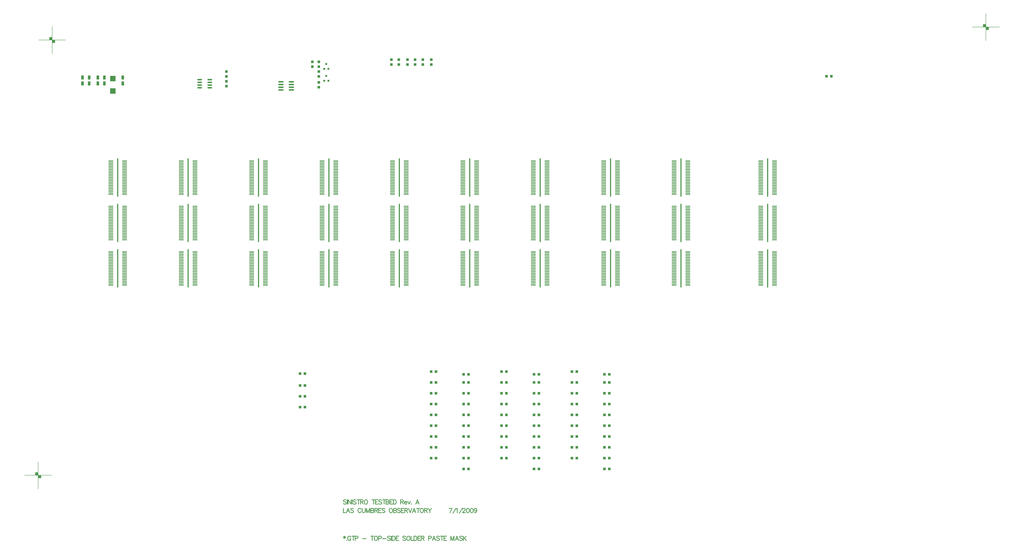
<source format=gtp>
%FSLAX23Y23*%
%MOIN*%
G70*
G01*
G75*
G04 Layer_Color=8421504*
%ADD10C,0.005*%
%ADD11O,0.087X0.024*%
%ADD12R,0.050X0.050*%
%ADD13R,0.048X0.078*%
%ADD14R,0.100X0.100*%
%ADD15R,0.085X0.016*%
%ADD16R,0.020X0.709*%
%ADD17R,0.050X0.050*%
%ADD18R,0.035X0.037*%
%ADD19R,0.035X0.037*%
%ADD20O,0.098X0.028*%
%ADD21C,0.010*%
%ADD22C,0.025*%
%ADD23C,0.012*%
%ADD24C,0.008*%
%ADD25C,0.012*%
%ADD26C,0.012*%
%ADD27C,0.080*%
%ADD28C,0.045*%
%ADD29R,0.059X0.059*%
%ADD30C,0.059*%
%ADD31O,0.079X0.039*%
%ADD32O,0.079X0.039*%
%ADD33C,0.087*%
%ADD34R,0.087X0.087*%
%ADD35C,0.050*%
%ADD36R,0.059X0.059*%
%ADD37R,0.059X0.059*%
%ADD38C,0.059*%
%ADD39C,0.047*%
%ADD40C,0.055*%
%ADD41C,0.067*%
%ADD42C,0.067*%
%ADD43R,0.067X0.067*%
%ADD44C,0.187*%
%ADD45C,0.250*%
%ADD46C,0.024*%
%ADD47C,0.050*%
%ADD48C,0.040*%
%ADD49C,0.072*%
%ADD50C,0.055*%
%ADD51C,0.055*%
G04:AMPARAMS|DCode=52|XSize=95.433mil|YSize=95.433mil|CornerRadius=0mil|HoleSize=0mil|Usage=FLASHONLY|Rotation=0.000|XOffset=0mil|YOffset=0mil|HoleType=Round|Shape=Relief|Width=10mil|Gap=10mil|Entries=4|*
%AMTHD52*
7,0,0,0.095,0.075,0.010,45*
%
%ADD52THD52*%
G04:AMPARAMS|DCode=53|XSize=112mil|YSize=112mil|CornerRadius=0mil|HoleSize=0mil|Usage=FLASHONLY|Rotation=0.000|XOffset=0mil|YOffset=0mil|HoleType=Round|Shape=Relief|Width=10mil|Gap=10mil|Entries=4|*
%AMTHD53*
7,0,0,0.112,0.092,0.010,45*
%
%ADD53THD53*%
%ADD54C,0.067*%
G04:AMPARAMS|DCode=55|XSize=85mil|YSize=85mil|CornerRadius=0mil|HoleSize=0mil|Usage=FLASHONLY|Rotation=0.000|XOffset=0mil|YOffset=0mil|HoleType=Round|Shape=Relief|Width=10mil|Gap=10mil|Entries=4|*
%AMTHD55*
7,0,0,0.085,0.065,0.010,45*
%
%ADD55THD55*%
G04:AMPARAMS|DCode=56|XSize=95.433mil|YSize=95.433mil|CornerRadius=0mil|HoleSize=0mil|Usage=FLASHONLY|Rotation=0.000|XOffset=0mil|YOffset=0mil|HoleType=Round|Shape=Relief|Width=10mil|Gap=10mil|Entries=4|*
%AMTHD56*
7,0,0,0.095,0.075,0.010,45*
%
%ADD56THD56*%
%ADD57C,0.048*%
%ADD58C,0.053*%
%ADD59C,0.063*%
%ADD60C,0.063*%
%ADD61C,0.148*%
%ADD62C,0.145*%
%ADD63C,0.030*%
G04:AMPARAMS|DCode=64|XSize=70mil|YSize=70mil|CornerRadius=0mil|HoleSize=0mil|Usage=FLASHONLY|Rotation=0.000|XOffset=0mil|YOffset=0mil|HoleType=Round|Shape=Relief|Width=10mil|Gap=10mil|Entries=4|*
%AMTHD64*
7,0,0,0.070,0.050,0.010,45*
%
%ADD64THD64*%
G04:AMPARAMS|DCode=65|XSize=87.559mil|YSize=87.559mil|CornerRadius=0mil|HoleSize=0mil|Usage=FLASHONLY|Rotation=0.000|XOffset=0mil|YOffset=0mil|HoleType=Round|Shape=Relief|Width=10mil|Gap=10mil|Entries=4|*
%AMTHD65*
7,0,0,0.088,0.068,0.010,45*
%
%ADD65THD65*%
G04:AMPARAMS|DCode=66|XSize=93.465mil|YSize=93.465mil|CornerRadius=0mil|HoleSize=0mil|Usage=FLASHONLY|Rotation=0.000|XOffset=0mil|YOffset=0mil|HoleType=Round|Shape=Relief|Width=10mil|Gap=10mil|Entries=4|*
%AMTHD66*
7,0,0,0.093,0.073,0.010,45*
%
%ADD66THD66*%
G04:AMPARAMS|DCode=67|XSize=102.913mil|YSize=102.913mil|CornerRadius=0mil|HoleSize=0mil|Usage=FLASHONLY|Rotation=0.000|XOffset=0mil|YOffset=0mil|HoleType=Round|Shape=Relief|Width=10mil|Gap=10mil|Entries=4|*
%AMTHD67*
7,0,0,0.103,0.083,0.010,45*
%
%ADD67THD67*%
G04:AMPARAMS|DCode=68|XSize=188.346mil|YSize=188.346mil|CornerRadius=0mil|HoleSize=0mil|Usage=FLASHONLY|Rotation=0.000|XOffset=0mil|YOffset=0mil|HoleType=Round|Shape=Relief|Width=10mil|Gap=10mil|Entries=4|*
%AMTHD68*
7,0,0,0.188,0.168,0.010,45*
%
%ADD68THD68*%
G04:AMPARAMS|DCode=69|XSize=185mil|YSize=185mil|CornerRadius=0mil|HoleSize=0mil|Usage=FLASHONLY|Rotation=0.000|XOffset=0mil|YOffset=0mil|HoleType=Round|Shape=Relief|Width=10mil|Gap=10mil|Entries=4|*
%AMTHD69*
7,0,0,0.185,0.165,0.010,45*
%
%ADD69THD69*%
%ADD70C,0.020*%
%ADD71C,0.015*%
%ADD72C,0.010*%
%ADD73C,0.010*%
%ADD74C,0.008*%
%ADD75C,0.007*%
%ADD76C,0.006*%
%ADD77C,0.006*%
%ADD78C,0.006*%
%ADD79C,0.028*%
%ADD80R,0.500X0.300*%
%ADD81R,0.075X0.031*%
D11*
X11918Y17626D02*
D03*
Y17676D02*
D03*
Y17726D02*
D03*
Y17776D02*
D03*
X11729Y17626D02*
D03*
Y17676D02*
D03*
Y17726D02*
D03*
Y17776D02*
D03*
D12*
X23393Y17840D02*
D03*
X23303D02*
D03*
X16604Y12326D02*
D03*
X16694D02*
D03*
X16003Y10776D02*
D03*
X16094D02*
D03*
X16604Y12176D02*
D03*
X16694D02*
D03*
X16003Y10976D02*
D03*
X16094D02*
D03*
X16604Y11976D02*
D03*
X16694D02*
D03*
X16003Y11176D02*
D03*
X16094D02*
D03*
X16604Y11776D02*
D03*
X16694D02*
D03*
X16003Y11376D02*
D03*
X16094D02*
D03*
X16604Y11576D02*
D03*
X16694D02*
D03*
X16003D02*
D03*
X16094D02*
D03*
X16604Y11376D02*
D03*
X16694D02*
D03*
X16003Y11776D02*
D03*
X16094D02*
D03*
X16604Y11176D02*
D03*
X16694D02*
D03*
X16003Y11976D02*
D03*
X16094D02*
D03*
X16604Y10976D02*
D03*
X16694D02*
D03*
X16003Y12176D02*
D03*
X16094D02*
D03*
X16604Y10776D02*
D03*
X16694D02*
D03*
X16003Y12376D02*
D03*
X16094D02*
D03*
X16604Y10576D02*
D03*
X16694D02*
D03*
X17903Y12326D02*
D03*
X17993D02*
D03*
X17303Y10776D02*
D03*
X17393D02*
D03*
X17903Y12176D02*
D03*
X17993D02*
D03*
X17303Y10976D02*
D03*
X17393D02*
D03*
X17903Y11976D02*
D03*
X17993D02*
D03*
X17303Y11176D02*
D03*
X17393D02*
D03*
X17903Y11776D02*
D03*
X17993D02*
D03*
X17303Y11376D02*
D03*
X17393D02*
D03*
X17903Y11576D02*
D03*
X17993D02*
D03*
X17303D02*
D03*
X17393D02*
D03*
X17903Y11376D02*
D03*
X17993D02*
D03*
X17303Y11776D02*
D03*
X17393D02*
D03*
X17903Y11176D02*
D03*
X17993D02*
D03*
X17303Y11976D02*
D03*
X17393D02*
D03*
X17903Y10976D02*
D03*
X17993D02*
D03*
X17303Y12176D02*
D03*
X17393D02*
D03*
X17903Y10776D02*
D03*
X17993D02*
D03*
X17303Y12376D02*
D03*
X17393D02*
D03*
X17903Y10576D02*
D03*
X17993D02*
D03*
X19204Y12326D02*
D03*
X19294D02*
D03*
X18604Y10776D02*
D03*
X18694D02*
D03*
X19204Y12176D02*
D03*
X19294D02*
D03*
X18604Y10976D02*
D03*
X18694D02*
D03*
X19204Y11976D02*
D03*
X19294D02*
D03*
X18604Y11176D02*
D03*
X18694D02*
D03*
X19204Y11776D02*
D03*
X19294D02*
D03*
X18604Y11376D02*
D03*
X18694D02*
D03*
X19204Y11576D02*
D03*
X19294D02*
D03*
X18604D02*
D03*
X18694D02*
D03*
X19204Y11376D02*
D03*
X19294D02*
D03*
X18604Y11776D02*
D03*
X18694D02*
D03*
X19204Y11176D02*
D03*
X19294D02*
D03*
X18604Y11976D02*
D03*
X18694D02*
D03*
X19204Y10976D02*
D03*
X19294D02*
D03*
X18604Y12176D02*
D03*
X18694D02*
D03*
X19204Y10776D02*
D03*
X19294D02*
D03*
X18604Y12376D02*
D03*
X18694D02*
D03*
X19204Y10576D02*
D03*
X19294D02*
D03*
X13674Y12340D02*
D03*
X13583D02*
D03*
X13674Y12120D02*
D03*
X13583D02*
D03*
X13674Y11920D02*
D03*
X13583D02*
D03*
X13674Y11720D02*
D03*
X13583D02*
D03*
D13*
X10309Y17815D02*
D03*
Y17705D02*
D03*
X9568D02*
D03*
Y17815D02*
D03*
X9689D02*
D03*
Y17705D02*
D03*
X9849D02*
D03*
Y17815D02*
D03*
X9969D02*
D03*
Y17705D02*
D03*
D14*
X10128Y17565D02*
D03*
Y17795D02*
D03*
D15*
X22089Y13971D02*
D03*
X22344D02*
D03*
X22089Y13996D02*
D03*
X22344D02*
D03*
X22089Y14021D02*
D03*
X22344D02*
D03*
X22089Y14046D02*
D03*
X22344D02*
D03*
X22089Y14071D02*
D03*
X22344D02*
D03*
X22089Y14096D02*
D03*
X22344D02*
D03*
X22089Y14121D02*
D03*
X22344D02*
D03*
X22089Y14146D02*
D03*
X22344D02*
D03*
X22089Y14171D02*
D03*
X22344D02*
D03*
X22089Y14196D02*
D03*
X22344D02*
D03*
X22089Y14221D02*
D03*
X22344D02*
D03*
X22089Y14246D02*
D03*
X22344D02*
D03*
X22089Y14271D02*
D03*
X22344D02*
D03*
X22089Y14296D02*
D03*
X22344D02*
D03*
X22089Y14321D02*
D03*
X22344D02*
D03*
X22089Y14346D02*
D03*
X22344D02*
D03*
X22089Y14371D02*
D03*
X22344D02*
D03*
X22089Y14396D02*
D03*
X22344D02*
D03*
X22089Y14421D02*
D03*
X22344D02*
D03*
X22089Y14446D02*
D03*
X22344D02*
D03*
X22089Y14471D02*
D03*
X22344D02*
D03*
X22089Y14496D02*
D03*
X22344D02*
D03*
X22089Y14521D02*
D03*
X22344D02*
D03*
X22089Y14546D02*
D03*
X22344D02*
D03*
X22089Y14571D02*
D03*
X22344D02*
D03*
X22089Y14596D02*
D03*
X22344D02*
D03*
X22089Y14811D02*
D03*
X22344D02*
D03*
X22089Y14836D02*
D03*
X22344D02*
D03*
X22089Y14861D02*
D03*
X22344D02*
D03*
X22089Y14886D02*
D03*
X22344D02*
D03*
X22089Y14911D02*
D03*
X22344D02*
D03*
X22089Y14936D02*
D03*
X22344D02*
D03*
X22089Y14961D02*
D03*
X22344D02*
D03*
X22089Y14986D02*
D03*
X22344D02*
D03*
X22089Y15011D02*
D03*
X22344D02*
D03*
X22089Y15036D02*
D03*
X22344D02*
D03*
X22089Y15061D02*
D03*
X22344D02*
D03*
X22089Y15086D02*
D03*
X22344D02*
D03*
X22089Y15111D02*
D03*
X22344D02*
D03*
X22089Y15136D02*
D03*
X22344D02*
D03*
X22089Y15161D02*
D03*
X22344D02*
D03*
X22089Y15186D02*
D03*
X22344D02*
D03*
X22089Y15211D02*
D03*
X22344D02*
D03*
X22089Y15236D02*
D03*
X22344D02*
D03*
X22089Y15261D02*
D03*
X22344D02*
D03*
X22089Y15286D02*
D03*
X22344D02*
D03*
X22089Y15311D02*
D03*
X22344D02*
D03*
X22089Y15336D02*
D03*
X22344D02*
D03*
X22089Y15361D02*
D03*
X22344D02*
D03*
X22089Y15386D02*
D03*
X22344D02*
D03*
X22089Y15411D02*
D03*
X22344D02*
D03*
X22089Y15436D02*
D03*
X22344D02*
D03*
X22089Y15652D02*
D03*
X22344D02*
D03*
X22089Y15677D02*
D03*
X22344D02*
D03*
X22089Y15702D02*
D03*
X22344D02*
D03*
X22089Y15727D02*
D03*
X22344D02*
D03*
X22089Y15752D02*
D03*
X22344D02*
D03*
X22089Y15777D02*
D03*
X22344D02*
D03*
X22089Y15802D02*
D03*
X22344D02*
D03*
X22089Y15827D02*
D03*
X22344D02*
D03*
X22089Y15852D02*
D03*
X22344D02*
D03*
X22089Y15877D02*
D03*
X22344D02*
D03*
X22089Y15902D02*
D03*
X22344D02*
D03*
X22089Y15927D02*
D03*
X22344D02*
D03*
X22089Y15952D02*
D03*
X22344D02*
D03*
X22089Y15977D02*
D03*
X22344D02*
D03*
X22089Y16002D02*
D03*
X22344D02*
D03*
X22089Y16027D02*
D03*
X22344D02*
D03*
X22089Y16052D02*
D03*
X22344D02*
D03*
X22089Y16077D02*
D03*
X22344D02*
D03*
X22089Y16102D02*
D03*
X22344D02*
D03*
X22089Y16127D02*
D03*
X22344D02*
D03*
X22089Y16152D02*
D03*
X22344D02*
D03*
X22089Y16177D02*
D03*
X22344D02*
D03*
X22089Y16202D02*
D03*
X22344D02*
D03*
X22089Y16227D02*
D03*
X22344D02*
D03*
X22089Y16252D02*
D03*
X22344D02*
D03*
X22089Y16277D02*
D03*
X22344D02*
D03*
X15289Y13971D02*
D03*
X15544D02*
D03*
X15289Y13996D02*
D03*
X15544D02*
D03*
X15289Y14021D02*
D03*
X15544D02*
D03*
X15289Y14046D02*
D03*
X15544D02*
D03*
X15289Y14071D02*
D03*
X15544D02*
D03*
X15289Y14096D02*
D03*
X15544D02*
D03*
X15289Y14121D02*
D03*
X15544D02*
D03*
X15289Y14146D02*
D03*
X15544D02*
D03*
X15289Y14171D02*
D03*
X15544D02*
D03*
X15289Y14196D02*
D03*
X15544D02*
D03*
X15289Y14221D02*
D03*
X15544D02*
D03*
X15289Y14246D02*
D03*
X15544D02*
D03*
X15289Y14271D02*
D03*
X15544D02*
D03*
X15289Y14296D02*
D03*
X15544D02*
D03*
X15289Y14321D02*
D03*
X15544D02*
D03*
X15289Y14346D02*
D03*
X15544D02*
D03*
X15289Y14371D02*
D03*
X15544D02*
D03*
X15289Y14396D02*
D03*
X15544D02*
D03*
X15289Y14421D02*
D03*
X15544D02*
D03*
X15289Y14446D02*
D03*
X15544D02*
D03*
X15289Y14471D02*
D03*
X15544D02*
D03*
X15289Y14496D02*
D03*
X15544D02*
D03*
X15289Y14521D02*
D03*
X15544D02*
D03*
X15289Y14546D02*
D03*
X15544D02*
D03*
X15289Y14571D02*
D03*
X15544D02*
D03*
X15289Y14596D02*
D03*
X15544D02*
D03*
X15289Y14811D02*
D03*
X15544D02*
D03*
X15289Y14836D02*
D03*
X15544D02*
D03*
X15289Y14861D02*
D03*
X15544D02*
D03*
X15289Y14886D02*
D03*
X15544D02*
D03*
X15289Y14911D02*
D03*
X15544D02*
D03*
X15289Y14936D02*
D03*
X15544D02*
D03*
X15289Y14961D02*
D03*
X15544D02*
D03*
X15289Y14986D02*
D03*
X15544D02*
D03*
X15289Y15011D02*
D03*
X15544D02*
D03*
X15289Y15036D02*
D03*
X15544D02*
D03*
X15289Y15061D02*
D03*
X15544D02*
D03*
X15289Y15086D02*
D03*
X15544D02*
D03*
X15289Y15111D02*
D03*
X15544D02*
D03*
X15289Y15136D02*
D03*
X15544D02*
D03*
X15289Y15161D02*
D03*
X15544D02*
D03*
X15289Y15186D02*
D03*
X15544D02*
D03*
X15289Y15211D02*
D03*
X15544D02*
D03*
X15289Y15236D02*
D03*
X15544D02*
D03*
X15289Y15261D02*
D03*
X15544D02*
D03*
X15289Y15286D02*
D03*
X15544D02*
D03*
X15289Y15311D02*
D03*
X15544D02*
D03*
X15289Y15336D02*
D03*
X15544D02*
D03*
X15289Y15361D02*
D03*
X15544D02*
D03*
X15289Y15386D02*
D03*
X15544D02*
D03*
X15289Y15411D02*
D03*
X15544D02*
D03*
X15289Y15436D02*
D03*
X15544D02*
D03*
X15289Y15652D02*
D03*
X15544D02*
D03*
X15289Y15677D02*
D03*
X15544D02*
D03*
X15289Y15702D02*
D03*
X15544D02*
D03*
X15289Y15727D02*
D03*
X15544D02*
D03*
X15289Y15752D02*
D03*
X15544D02*
D03*
X15289Y15777D02*
D03*
X15544D02*
D03*
X15289Y15802D02*
D03*
X15544D02*
D03*
X15289Y15827D02*
D03*
X15544D02*
D03*
X15289Y15852D02*
D03*
X15544D02*
D03*
X15289Y15877D02*
D03*
X15544D02*
D03*
X15289Y15902D02*
D03*
X15544D02*
D03*
X15289Y15927D02*
D03*
X15544D02*
D03*
X15289Y15952D02*
D03*
X15544D02*
D03*
X15289Y15977D02*
D03*
X15544D02*
D03*
X15289Y16002D02*
D03*
X15544D02*
D03*
X15289Y16027D02*
D03*
X15544D02*
D03*
X15289Y16052D02*
D03*
X15544D02*
D03*
X15289Y16077D02*
D03*
X15544D02*
D03*
Y16102D02*
D03*
X15289Y16127D02*
D03*
X15544D02*
D03*
X15289Y16152D02*
D03*
X15544D02*
D03*
X15289Y16177D02*
D03*
X15544D02*
D03*
X15289Y16202D02*
D03*
X15544D02*
D03*
X15289Y16227D02*
D03*
X15544D02*
D03*
X15289Y16252D02*
D03*
X15544D02*
D03*
X15289Y16277D02*
D03*
X15544D02*
D03*
X10089Y13971D02*
D03*
X10344D02*
D03*
X10089Y13996D02*
D03*
X10344D02*
D03*
X10089Y14021D02*
D03*
X10344D02*
D03*
X10089Y14046D02*
D03*
X10344D02*
D03*
X10089Y14071D02*
D03*
X10344D02*
D03*
X10089Y14096D02*
D03*
X10344D02*
D03*
X10089Y14121D02*
D03*
X10344D02*
D03*
X10089Y14146D02*
D03*
X10344D02*
D03*
X10089Y14171D02*
D03*
X10344D02*
D03*
X10089Y14196D02*
D03*
X10344D02*
D03*
X10089Y14221D02*
D03*
X10344D02*
D03*
X10089Y14246D02*
D03*
X10344D02*
D03*
X10089Y14271D02*
D03*
X10344D02*
D03*
X10089Y14296D02*
D03*
X10344D02*
D03*
X10089Y14321D02*
D03*
X10344D02*
D03*
X10089Y14346D02*
D03*
X10344D02*
D03*
X10089Y14371D02*
D03*
X10344D02*
D03*
X10089Y14396D02*
D03*
X10344D02*
D03*
X10089Y14421D02*
D03*
X10344D02*
D03*
X10089Y14446D02*
D03*
X10344D02*
D03*
X10089Y14471D02*
D03*
X10344D02*
D03*
X10089Y14496D02*
D03*
X10344D02*
D03*
X10089Y14521D02*
D03*
X10344D02*
D03*
X10089Y14546D02*
D03*
X10344D02*
D03*
X10089Y14571D02*
D03*
X10344D02*
D03*
X10089Y14596D02*
D03*
X10344D02*
D03*
X10089Y14811D02*
D03*
X10344D02*
D03*
X10089Y14836D02*
D03*
X10344D02*
D03*
X10089Y14861D02*
D03*
X10344D02*
D03*
X10089Y14886D02*
D03*
X10344D02*
D03*
X10089Y14911D02*
D03*
X10344D02*
D03*
X10089Y14936D02*
D03*
X10344D02*
D03*
X10089Y14961D02*
D03*
X10344D02*
D03*
X10089Y14986D02*
D03*
X10344D02*
D03*
X10089Y15011D02*
D03*
X10344D02*
D03*
X10089Y15036D02*
D03*
X10344D02*
D03*
X10089Y15061D02*
D03*
X10344D02*
D03*
X10089Y15086D02*
D03*
X10344D02*
D03*
X10089Y15111D02*
D03*
X10344D02*
D03*
X10089Y15136D02*
D03*
X10344D02*
D03*
X10089Y15161D02*
D03*
X10344D02*
D03*
X10089Y15186D02*
D03*
X10344D02*
D03*
X10089Y15211D02*
D03*
X10344D02*
D03*
X10089Y15236D02*
D03*
X10344D02*
D03*
X10089Y15261D02*
D03*
X10344D02*
D03*
X10089Y15286D02*
D03*
X10344D02*
D03*
X10089Y15311D02*
D03*
X10344D02*
D03*
X10089Y15336D02*
D03*
X10344D02*
D03*
X10089Y15361D02*
D03*
X10344D02*
D03*
X10089Y15386D02*
D03*
X10344D02*
D03*
X10089Y15411D02*
D03*
X10344D02*
D03*
X10089Y15436D02*
D03*
X10344D02*
D03*
X10089Y15652D02*
D03*
X10344D02*
D03*
X10089Y15677D02*
D03*
X10344D02*
D03*
X10089Y15702D02*
D03*
X10344D02*
D03*
X10089Y15727D02*
D03*
X10344D02*
D03*
X10089Y15752D02*
D03*
X10344D02*
D03*
X10089Y15777D02*
D03*
X10344D02*
D03*
X10089Y15802D02*
D03*
X10344D02*
D03*
X10089Y15827D02*
D03*
X10344D02*
D03*
X10089Y15852D02*
D03*
X10344D02*
D03*
X10089Y15877D02*
D03*
X10344D02*
D03*
X10089Y15902D02*
D03*
X10344D02*
D03*
X10089Y15927D02*
D03*
X10344D02*
D03*
X10089Y15952D02*
D03*
X10344D02*
D03*
X10089Y15977D02*
D03*
X10344D02*
D03*
X10089Y16002D02*
D03*
X10344D02*
D03*
X10089Y16027D02*
D03*
X10344D02*
D03*
X10089Y16052D02*
D03*
X10344D02*
D03*
X10089Y16077D02*
D03*
X10344D02*
D03*
X10089Y16102D02*
D03*
X10344D02*
D03*
X10089Y16127D02*
D03*
X10344D02*
D03*
X10089Y16152D02*
D03*
X10344D02*
D03*
X10089Y16177D02*
D03*
X10344D02*
D03*
X10089Y16202D02*
D03*
X10344D02*
D03*
X10089Y16227D02*
D03*
X10344D02*
D03*
X10089Y16252D02*
D03*
X10344D02*
D03*
X10089Y16277D02*
D03*
X10344D02*
D03*
X11389Y13971D02*
D03*
X11644D02*
D03*
X11389Y13996D02*
D03*
X11644D02*
D03*
X11389Y14021D02*
D03*
X11644D02*
D03*
X11389Y14046D02*
D03*
X11644D02*
D03*
X11389Y14071D02*
D03*
X11644D02*
D03*
X11389Y14096D02*
D03*
X11644D02*
D03*
X11389Y14121D02*
D03*
X11644D02*
D03*
X11389Y14146D02*
D03*
X11644D02*
D03*
X11389Y14171D02*
D03*
X11644D02*
D03*
X11389Y14196D02*
D03*
X11644D02*
D03*
X11389Y14221D02*
D03*
X11644D02*
D03*
X11389Y14246D02*
D03*
X11644D02*
D03*
X11389Y14271D02*
D03*
X11644D02*
D03*
X11389Y14296D02*
D03*
X11644D02*
D03*
X11389Y14321D02*
D03*
X11644D02*
D03*
X11389Y14346D02*
D03*
X11644D02*
D03*
X11389Y14371D02*
D03*
X11644D02*
D03*
X11389Y14396D02*
D03*
X11644D02*
D03*
X11389Y14421D02*
D03*
X11644D02*
D03*
X11389Y14446D02*
D03*
X11644D02*
D03*
X11389Y14471D02*
D03*
X11644D02*
D03*
X11389Y14496D02*
D03*
X11644D02*
D03*
X11389Y14521D02*
D03*
X11644D02*
D03*
X11389Y14546D02*
D03*
X11644D02*
D03*
X11389Y14571D02*
D03*
X11644D02*
D03*
X11389Y14596D02*
D03*
X11644D02*
D03*
X11389Y14811D02*
D03*
X11644D02*
D03*
X11389Y14836D02*
D03*
X11644D02*
D03*
X11389Y14861D02*
D03*
X11644D02*
D03*
X11389Y14886D02*
D03*
X11644D02*
D03*
X11389Y14911D02*
D03*
X11644D02*
D03*
X11389Y14936D02*
D03*
X11644D02*
D03*
X11389Y14961D02*
D03*
X11644D02*
D03*
X11389Y14986D02*
D03*
X11644D02*
D03*
X11389Y15011D02*
D03*
X11644D02*
D03*
X11389Y15036D02*
D03*
X11644D02*
D03*
X11389Y15061D02*
D03*
X11644D02*
D03*
X11389Y15086D02*
D03*
X11644D02*
D03*
X11389Y15111D02*
D03*
X11644D02*
D03*
X11389Y15136D02*
D03*
X11644D02*
D03*
X11389Y15161D02*
D03*
X11644D02*
D03*
X11389Y15186D02*
D03*
X11644D02*
D03*
X11389Y15211D02*
D03*
X11644D02*
D03*
X11389Y15236D02*
D03*
X11644D02*
D03*
X11389Y15261D02*
D03*
X11644D02*
D03*
X11389Y15286D02*
D03*
X11644D02*
D03*
X11389Y15311D02*
D03*
X11644D02*
D03*
X11389Y15336D02*
D03*
X11644D02*
D03*
X11389Y15361D02*
D03*
X11644D02*
D03*
X11389Y15386D02*
D03*
X11644D02*
D03*
X11389Y15411D02*
D03*
X11644D02*
D03*
X11389Y15436D02*
D03*
X11644D02*
D03*
X11389Y15652D02*
D03*
X11644D02*
D03*
X11389Y15677D02*
D03*
X11644D02*
D03*
X11389Y15702D02*
D03*
X11644D02*
D03*
X11389Y15727D02*
D03*
X11644D02*
D03*
X11389Y15752D02*
D03*
X11644D02*
D03*
X11389Y15777D02*
D03*
X11644D02*
D03*
X11389Y15802D02*
D03*
X11644D02*
D03*
X11389Y15827D02*
D03*
X11644D02*
D03*
X11389Y15852D02*
D03*
X11644D02*
D03*
X11389Y15877D02*
D03*
X11644D02*
D03*
X11389Y15902D02*
D03*
X11644D02*
D03*
X11389Y15927D02*
D03*
X11644D02*
D03*
X11389Y15952D02*
D03*
X11644D02*
D03*
X11389Y15977D02*
D03*
X11644D02*
D03*
X11389Y16002D02*
D03*
X11644D02*
D03*
X11389Y16027D02*
D03*
X11644D02*
D03*
X11389Y16052D02*
D03*
X11644D02*
D03*
X11389Y16077D02*
D03*
X11644D02*
D03*
X11389Y16102D02*
D03*
X11644D02*
D03*
X11389Y16127D02*
D03*
X11644D02*
D03*
X11389Y16152D02*
D03*
X11644D02*
D03*
X11389Y16177D02*
D03*
X11644D02*
D03*
X11389Y16202D02*
D03*
X11644D02*
D03*
X11389Y16227D02*
D03*
X11644D02*
D03*
X11389Y16252D02*
D03*
X11644D02*
D03*
X11389Y16277D02*
D03*
X11644D02*
D03*
X12689Y13971D02*
D03*
X12944D02*
D03*
X12689Y13996D02*
D03*
X12944D02*
D03*
X12689Y14021D02*
D03*
X12944D02*
D03*
X12689Y14046D02*
D03*
X12944D02*
D03*
X12689Y14071D02*
D03*
X12944D02*
D03*
X12689Y14096D02*
D03*
X12944D02*
D03*
X12689Y14121D02*
D03*
X12944D02*
D03*
X12689Y14146D02*
D03*
X12944D02*
D03*
X12689Y14171D02*
D03*
X12944D02*
D03*
X12689Y14196D02*
D03*
X12944D02*
D03*
X12689Y14221D02*
D03*
X12944D02*
D03*
X12689Y14246D02*
D03*
X12944D02*
D03*
X12689Y14271D02*
D03*
X12944D02*
D03*
X12689Y14296D02*
D03*
X12944D02*
D03*
X12689Y14321D02*
D03*
X12944D02*
D03*
X12689Y14346D02*
D03*
X12944D02*
D03*
X12689Y14371D02*
D03*
X12944D02*
D03*
X12689Y14396D02*
D03*
X12944D02*
D03*
X12689Y14421D02*
D03*
X12944D02*
D03*
X12689Y14446D02*
D03*
X12944D02*
D03*
X12689Y14471D02*
D03*
X12944D02*
D03*
X12689Y14496D02*
D03*
X12944D02*
D03*
X12689Y14521D02*
D03*
X12944D02*
D03*
X12689Y14546D02*
D03*
X12944D02*
D03*
X12689Y14571D02*
D03*
X12944D02*
D03*
X12689Y14596D02*
D03*
X12944D02*
D03*
X12689Y14811D02*
D03*
X12944D02*
D03*
X12689Y14836D02*
D03*
X12944D02*
D03*
X12689Y14861D02*
D03*
X12944D02*
D03*
X12689Y14886D02*
D03*
X12944D02*
D03*
X12689Y14911D02*
D03*
X12944D02*
D03*
X12689Y14936D02*
D03*
X12944D02*
D03*
X12689Y14961D02*
D03*
X12944D02*
D03*
X12689Y14986D02*
D03*
X12944D02*
D03*
X12689Y15011D02*
D03*
X12944D02*
D03*
X12689Y15036D02*
D03*
X12944D02*
D03*
X12689Y15061D02*
D03*
X12944D02*
D03*
X12689Y15086D02*
D03*
X12944D02*
D03*
X12689Y15111D02*
D03*
X12944D02*
D03*
X12689Y15136D02*
D03*
X12944D02*
D03*
X12689Y15161D02*
D03*
X12944D02*
D03*
X12689Y15186D02*
D03*
X12944D02*
D03*
X12689Y15211D02*
D03*
X12944D02*
D03*
X12689Y15236D02*
D03*
X12944D02*
D03*
X12689Y15261D02*
D03*
X12944D02*
D03*
X12689Y15286D02*
D03*
X12944D02*
D03*
X12689Y15311D02*
D03*
X12944D02*
D03*
X12689Y15336D02*
D03*
X12944D02*
D03*
X12689Y15361D02*
D03*
X12944D02*
D03*
X12689Y15386D02*
D03*
X12944D02*
D03*
X12689Y15411D02*
D03*
X12944D02*
D03*
X12689Y15436D02*
D03*
X12944D02*
D03*
X12689Y15652D02*
D03*
X12944D02*
D03*
X12689Y15677D02*
D03*
X12944D02*
D03*
X12689Y15702D02*
D03*
X12944D02*
D03*
X12689Y15727D02*
D03*
X12944D02*
D03*
X12689Y15752D02*
D03*
X12944D02*
D03*
X12689Y15777D02*
D03*
X12944D02*
D03*
X12689Y15802D02*
D03*
X12944D02*
D03*
X12689Y15827D02*
D03*
X12944D02*
D03*
X12689Y15852D02*
D03*
X12944D02*
D03*
X12689Y15877D02*
D03*
X12944D02*
D03*
X12689Y15902D02*
D03*
X12944D02*
D03*
X12689Y15927D02*
D03*
X12944D02*
D03*
X12689Y15952D02*
D03*
X12944D02*
D03*
X12689Y15977D02*
D03*
X12944D02*
D03*
X12689Y16002D02*
D03*
X12944D02*
D03*
X12689Y16027D02*
D03*
X12944D02*
D03*
X12689Y16052D02*
D03*
X12944D02*
D03*
X12689Y16077D02*
D03*
X12944D02*
D03*
X12689Y16102D02*
D03*
X12944D02*
D03*
X12689Y16127D02*
D03*
X12944D02*
D03*
X12689Y16152D02*
D03*
X12944D02*
D03*
X12689Y16177D02*
D03*
X12944D02*
D03*
X12689Y16202D02*
D03*
X12944D02*
D03*
X12689Y16227D02*
D03*
X12944D02*
D03*
X12689Y16252D02*
D03*
X12944D02*
D03*
X12689Y16277D02*
D03*
X12944D02*
D03*
X16844Y16277D02*
D03*
X16589D02*
D03*
X16844Y16252D02*
D03*
X16589D02*
D03*
X16844Y16227D02*
D03*
X16589D02*
D03*
X16844Y16202D02*
D03*
X16589D02*
D03*
X16844Y16177D02*
D03*
X16589D02*
D03*
X16844Y16152D02*
D03*
X16589D02*
D03*
X16844Y16127D02*
D03*
X16589D02*
D03*
X16844Y16102D02*
D03*
X16589D02*
D03*
X16844Y16077D02*
D03*
X16589D02*
D03*
X16844Y16052D02*
D03*
X16589D02*
D03*
X16844Y16027D02*
D03*
X16589D02*
D03*
X16844Y16002D02*
D03*
X16589D02*
D03*
X16844Y15977D02*
D03*
X16589D02*
D03*
X16844Y15952D02*
D03*
X16589D02*
D03*
X16844Y15927D02*
D03*
X16589D02*
D03*
X16844Y15902D02*
D03*
X16589D02*
D03*
X16844Y15877D02*
D03*
X16589D02*
D03*
X16844Y15852D02*
D03*
X16589D02*
D03*
X16844Y15827D02*
D03*
X16589D02*
D03*
X16844Y15802D02*
D03*
X16589D02*
D03*
X16844Y15777D02*
D03*
X16589D02*
D03*
X16844Y15752D02*
D03*
X16589D02*
D03*
X16844Y15727D02*
D03*
X16589D02*
D03*
X16844Y15702D02*
D03*
X16589D02*
D03*
X16844Y15677D02*
D03*
X16589D02*
D03*
X16844Y15652D02*
D03*
X16589D02*
D03*
X16844Y15437D02*
D03*
X16589D02*
D03*
X16844Y15412D02*
D03*
X16589D02*
D03*
X16844Y15387D02*
D03*
X16589D02*
D03*
X16844Y15362D02*
D03*
X16589D02*
D03*
X16844Y15337D02*
D03*
X16589D02*
D03*
X16844Y15312D02*
D03*
X16589D02*
D03*
X16844Y15287D02*
D03*
X16589D02*
D03*
X16844Y15262D02*
D03*
X16589D02*
D03*
X16844Y15237D02*
D03*
X16589D02*
D03*
X16844Y15212D02*
D03*
X16589D02*
D03*
X16844Y15187D02*
D03*
X16589D02*
D03*
X16844Y15162D02*
D03*
X16589D02*
D03*
X16844Y15137D02*
D03*
X16589D02*
D03*
X16844Y15112D02*
D03*
X16589D02*
D03*
X16844Y15087D02*
D03*
X16589D02*
D03*
X16844Y15062D02*
D03*
X16589D02*
D03*
X16844Y15037D02*
D03*
X16589D02*
D03*
X16844Y15012D02*
D03*
X16589D02*
D03*
X16844Y14987D02*
D03*
X16589D02*
D03*
X16844Y14962D02*
D03*
X16589D02*
D03*
X16844Y14937D02*
D03*
X16589D02*
D03*
X16844Y14912D02*
D03*
X16589D02*
D03*
X16844Y14887D02*
D03*
X16589D02*
D03*
X16844Y14862D02*
D03*
X16589D02*
D03*
X16844Y14837D02*
D03*
X16589D02*
D03*
X16844Y14812D02*
D03*
X16589D02*
D03*
X16844Y14596D02*
D03*
X16589D02*
D03*
X16844Y14571D02*
D03*
X16589D02*
D03*
X16844Y14546D02*
D03*
X16589D02*
D03*
X16844Y14521D02*
D03*
X16589D02*
D03*
X16844Y14496D02*
D03*
X16589D02*
D03*
X16844Y14471D02*
D03*
X16589D02*
D03*
X16844Y14446D02*
D03*
X16589D02*
D03*
X16844Y14421D02*
D03*
X16589D02*
D03*
X16844Y14396D02*
D03*
X16589D02*
D03*
X16844Y14371D02*
D03*
X16589D02*
D03*
X16844Y14346D02*
D03*
X16589D02*
D03*
X16844Y14321D02*
D03*
X16589D02*
D03*
X16844Y14296D02*
D03*
X16589D02*
D03*
X16844Y14271D02*
D03*
X16589D02*
D03*
X16844Y14246D02*
D03*
X16589D02*
D03*
X16844Y14221D02*
D03*
X16589D02*
D03*
X16844Y14196D02*
D03*
X16589D02*
D03*
X16844Y14171D02*
D03*
X16589D02*
D03*
X16844Y14146D02*
D03*
X16589D02*
D03*
X16844Y14121D02*
D03*
X16589D02*
D03*
X16844Y14096D02*
D03*
X16589D02*
D03*
X16844Y14071D02*
D03*
X16589D02*
D03*
X16844Y14046D02*
D03*
X16589D02*
D03*
X16844Y14021D02*
D03*
X16589D02*
D03*
X16844Y13996D02*
D03*
X16589D02*
D03*
X16844Y13971D02*
D03*
X16589D02*
D03*
X18144Y16277D02*
D03*
X17889D02*
D03*
X18144Y16252D02*
D03*
X17889D02*
D03*
X18144Y16227D02*
D03*
X17889D02*
D03*
X18144Y16202D02*
D03*
X17889D02*
D03*
X18144Y16177D02*
D03*
X17889D02*
D03*
X18144Y16152D02*
D03*
X17889D02*
D03*
X18144Y16127D02*
D03*
X17889D02*
D03*
X18144Y16102D02*
D03*
X17889D02*
D03*
X18144Y16077D02*
D03*
X17889D02*
D03*
X18144Y16052D02*
D03*
X17889D02*
D03*
X18144Y16027D02*
D03*
X17889D02*
D03*
X18144Y16002D02*
D03*
X17889D02*
D03*
X18144Y15977D02*
D03*
X17889D02*
D03*
X18144Y15952D02*
D03*
X17889D02*
D03*
X18144Y15927D02*
D03*
X17889D02*
D03*
X18144Y15902D02*
D03*
X17889D02*
D03*
X18144Y15877D02*
D03*
X17889D02*
D03*
X18144Y15852D02*
D03*
X17889D02*
D03*
X18144Y15827D02*
D03*
X17889D02*
D03*
X18144Y15802D02*
D03*
X17889D02*
D03*
X18144Y15777D02*
D03*
X17889D02*
D03*
X18144Y15752D02*
D03*
X17889D02*
D03*
X18144Y15727D02*
D03*
X17889D02*
D03*
X18144Y15702D02*
D03*
X17889D02*
D03*
X18144Y15677D02*
D03*
X17889D02*
D03*
X18144Y15652D02*
D03*
X17889D02*
D03*
X18144Y15437D02*
D03*
X17889D02*
D03*
X18144Y15412D02*
D03*
X17889D02*
D03*
X18144Y15387D02*
D03*
X17889D02*
D03*
X18144Y15362D02*
D03*
X17889D02*
D03*
X18144Y15337D02*
D03*
X17889D02*
D03*
X18144Y15312D02*
D03*
X17889D02*
D03*
X18144Y15287D02*
D03*
X17889D02*
D03*
X18144Y15262D02*
D03*
X17889D02*
D03*
X18144Y15237D02*
D03*
X17889D02*
D03*
X18144Y15212D02*
D03*
X17889D02*
D03*
X18144Y15187D02*
D03*
X17889D02*
D03*
X18144Y15162D02*
D03*
X17889D02*
D03*
X18144Y15137D02*
D03*
X17889D02*
D03*
X18144Y15112D02*
D03*
X17889D02*
D03*
X18144Y15087D02*
D03*
X17889D02*
D03*
X18144Y15062D02*
D03*
X17889D02*
D03*
X18144Y15037D02*
D03*
X17889D02*
D03*
X18144Y15012D02*
D03*
X17889D02*
D03*
X18144Y14987D02*
D03*
X17889D02*
D03*
X18144Y14962D02*
D03*
X17889D02*
D03*
X18144Y14937D02*
D03*
X17889D02*
D03*
X18144Y14912D02*
D03*
X17889D02*
D03*
X18144Y14887D02*
D03*
X17889D02*
D03*
X18144Y14862D02*
D03*
X17889D02*
D03*
X18144Y14837D02*
D03*
X17889D02*
D03*
X18144Y14812D02*
D03*
X17889D02*
D03*
X18144Y14596D02*
D03*
X17889D02*
D03*
X18144Y14571D02*
D03*
X17889D02*
D03*
X18144Y14546D02*
D03*
X17889D02*
D03*
X18144Y14521D02*
D03*
X17889D02*
D03*
X18144Y14496D02*
D03*
X17889D02*
D03*
X18144Y14471D02*
D03*
X17889D02*
D03*
X18144Y14446D02*
D03*
X17889D02*
D03*
X18144Y14421D02*
D03*
X17889D02*
D03*
X18144Y14396D02*
D03*
X17889D02*
D03*
X18144Y14371D02*
D03*
X17889D02*
D03*
X18144Y14346D02*
D03*
X17889D02*
D03*
X18144Y14321D02*
D03*
X17889D02*
D03*
X18144Y14296D02*
D03*
X17889D02*
D03*
X18144Y14271D02*
D03*
X17889D02*
D03*
X18144Y14246D02*
D03*
X17889D02*
D03*
X18144Y14221D02*
D03*
X17889D02*
D03*
X18144Y14196D02*
D03*
X17889D02*
D03*
X18144Y14171D02*
D03*
X17889D02*
D03*
X18144Y14146D02*
D03*
X17889D02*
D03*
X18144Y14121D02*
D03*
X17889D02*
D03*
X18144Y14096D02*
D03*
X17889D02*
D03*
X18144Y14071D02*
D03*
X17889D02*
D03*
X18144Y14046D02*
D03*
X17889D02*
D03*
X18144Y14021D02*
D03*
X17889D02*
D03*
X18144Y13996D02*
D03*
X17889D02*
D03*
X18144Y13971D02*
D03*
X17889D02*
D03*
X19444Y16277D02*
D03*
X19189D02*
D03*
X19444Y16252D02*
D03*
X19189D02*
D03*
X19444Y16227D02*
D03*
X19189D02*
D03*
X19444Y16202D02*
D03*
X19189D02*
D03*
X19444Y16177D02*
D03*
X19189D02*
D03*
X19444Y16152D02*
D03*
X19189D02*
D03*
X19444Y16127D02*
D03*
X19189D02*
D03*
X19444Y16102D02*
D03*
X19189D02*
D03*
X19444Y16077D02*
D03*
X19189D02*
D03*
X19444Y16052D02*
D03*
X19189D02*
D03*
X19444Y16027D02*
D03*
X19189D02*
D03*
X19444Y16002D02*
D03*
X19189D02*
D03*
X19444Y15977D02*
D03*
X19189D02*
D03*
X19444Y15952D02*
D03*
X19189D02*
D03*
X19444Y15927D02*
D03*
X19189D02*
D03*
X19444Y15902D02*
D03*
X19189D02*
D03*
X19444Y15877D02*
D03*
X19189D02*
D03*
X19444Y15852D02*
D03*
X19189D02*
D03*
X19444Y15827D02*
D03*
X19189D02*
D03*
X19444Y15802D02*
D03*
X19189D02*
D03*
X19444Y15777D02*
D03*
X19189D02*
D03*
X19444Y15752D02*
D03*
X19189D02*
D03*
X19444Y15727D02*
D03*
X19189D02*
D03*
X19444Y15702D02*
D03*
X19189D02*
D03*
X19444Y15677D02*
D03*
X19189D02*
D03*
X19444Y15652D02*
D03*
X19189D02*
D03*
X19444Y15437D02*
D03*
X19189D02*
D03*
X19444Y15412D02*
D03*
X19189D02*
D03*
X19444Y15387D02*
D03*
X19189D02*
D03*
X19444Y15362D02*
D03*
X19189D02*
D03*
X19444Y15337D02*
D03*
X19189D02*
D03*
X19444Y15312D02*
D03*
X19189D02*
D03*
X19444Y15287D02*
D03*
X19189D02*
D03*
X19444Y15262D02*
D03*
X19189D02*
D03*
X19444Y15237D02*
D03*
X19189D02*
D03*
X19444Y15212D02*
D03*
X19189D02*
D03*
X19444Y15187D02*
D03*
X19189D02*
D03*
X19444Y15162D02*
D03*
X19189D02*
D03*
X19444Y15137D02*
D03*
X19189D02*
D03*
X19444Y15112D02*
D03*
X19189D02*
D03*
X19444Y15087D02*
D03*
X19189D02*
D03*
X19444Y15062D02*
D03*
X19189D02*
D03*
X19444Y15037D02*
D03*
X19189D02*
D03*
X19444Y15012D02*
D03*
X19189D02*
D03*
X19444Y14987D02*
D03*
X19189D02*
D03*
X19444Y14962D02*
D03*
X19189D02*
D03*
X19444Y14937D02*
D03*
X19189D02*
D03*
X19444Y14912D02*
D03*
X19189D02*
D03*
X19444Y14887D02*
D03*
X19189D02*
D03*
X19444Y14862D02*
D03*
X19189D02*
D03*
X19444Y14837D02*
D03*
X19189D02*
D03*
X19444Y14812D02*
D03*
X19189D02*
D03*
X19444Y14596D02*
D03*
X19189D02*
D03*
X19444Y14571D02*
D03*
X19189D02*
D03*
X19444Y14546D02*
D03*
X19189D02*
D03*
X19444Y14521D02*
D03*
X19189D02*
D03*
X19444Y14496D02*
D03*
X19189D02*
D03*
X19444Y14471D02*
D03*
X19189D02*
D03*
X19444Y14446D02*
D03*
X19189D02*
D03*
X19444Y14421D02*
D03*
X19189D02*
D03*
X19444Y14396D02*
D03*
X19189D02*
D03*
X19444Y14371D02*
D03*
X19189D02*
D03*
X19444Y14346D02*
D03*
X19189D02*
D03*
X19444Y14321D02*
D03*
X19189D02*
D03*
X19444Y14296D02*
D03*
X19189D02*
D03*
X19444Y14271D02*
D03*
X19189D02*
D03*
X19444Y14246D02*
D03*
X19189D02*
D03*
X19444Y14221D02*
D03*
X19189D02*
D03*
X19444Y14196D02*
D03*
X19189D02*
D03*
X19444Y14171D02*
D03*
X19189D02*
D03*
X19444Y14146D02*
D03*
X19189D02*
D03*
X19444Y14121D02*
D03*
X19189D02*
D03*
X19444Y14096D02*
D03*
X19189D02*
D03*
X19444Y14071D02*
D03*
X19189D02*
D03*
X19444Y14046D02*
D03*
X19189D02*
D03*
X19444Y14021D02*
D03*
X19189D02*
D03*
X19444Y13996D02*
D03*
X19189D02*
D03*
X19444Y13971D02*
D03*
X19189D02*
D03*
X14244Y16277D02*
D03*
X13989D02*
D03*
X14244Y16252D02*
D03*
X13989D02*
D03*
X14244Y16227D02*
D03*
X13989D02*
D03*
X14244Y16202D02*
D03*
X13989D02*
D03*
X14244Y16177D02*
D03*
X13989D02*
D03*
X14244Y16152D02*
D03*
X13989D02*
D03*
X14244Y16127D02*
D03*
X13989D02*
D03*
X14244Y16102D02*
D03*
X13989D02*
D03*
X14244Y16077D02*
D03*
X13989D02*
D03*
X14244Y16052D02*
D03*
X13989D02*
D03*
X14244Y16027D02*
D03*
X13989D02*
D03*
X14244Y16002D02*
D03*
X13989D02*
D03*
X14244Y15977D02*
D03*
X13989D02*
D03*
X14244Y15952D02*
D03*
X13989D02*
D03*
X14244Y15927D02*
D03*
X13989D02*
D03*
X14244Y15902D02*
D03*
X13989D02*
D03*
X14244Y15877D02*
D03*
X13989D02*
D03*
X14244Y15852D02*
D03*
X13989D02*
D03*
X14244Y15827D02*
D03*
X13989D02*
D03*
X14244Y15802D02*
D03*
X13989D02*
D03*
X14244Y15777D02*
D03*
X13989D02*
D03*
X14244Y15752D02*
D03*
X13989D02*
D03*
X14244Y15727D02*
D03*
X13989D02*
D03*
X14244Y15702D02*
D03*
X13989D02*
D03*
X14244Y15677D02*
D03*
X13989D02*
D03*
X14244Y15652D02*
D03*
X13989D02*
D03*
X14244Y15436D02*
D03*
X13989D02*
D03*
X14244Y15411D02*
D03*
X13989D02*
D03*
X14244Y15386D02*
D03*
X13989D02*
D03*
X14244Y15361D02*
D03*
X13989D02*
D03*
X14244Y15336D02*
D03*
X13989D02*
D03*
X14244Y15311D02*
D03*
X13989D02*
D03*
X14244Y15286D02*
D03*
X13989D02*
D03*
X14244Y15261D02*
D03*
X13989D02*
D03*
X14244Y15236D02*
D03*
X13989D02*
D03*
X14244Y15211D02*
D03*
X13989D02*
D03*
X14244Y15186D02*
D03*
X13989D02*
D03*
X14244Y15161D02*
D03*
X13989D02*
D03*
X14244Y15136D02*
D03*
X13989D02*
D03*
X14244Y15111D02*
D03*
X13989D02*
D03*
X14244Y15086D02*
D03*
X13989D02*
D03*
X14244Y15061D02*
D03*
X13989D02*
D03*
X14244Y15036D02*
D03*
X13989D02*
D03*
X14244Y15011D02*
D03*
X13989D02*
D03*
X14244Y14986D02*
D03*
X13989D02*
D03*
X14244Y14961D02*
D03*
X13989D02*
D03*
X14244Y14936D02*
D03*
X13989D02*
D03*
X14244Y14911D02*
D03*
X13989D02*
D03*
X14244Y14886D02*
D03*
X13989D02*
D03*
X14244Y14861D02*
D03*
X13989D02*
D03*
X14244Y14836D02*
D03*
X13989D02*
D03*
X14244Y14811D02*
D03*
X13989D02*
D03*
X14244Y14596D02*
D03*
X13989D02*
D03*
X14244Y14571D02*
D03*
X13989D02*
D03*
X14244Y14546D02*
D03*
X13989D02*
D03*
X14244Y14521D02*
D03*
X13989D02*
D03*
X14244Y14496D02*
D03*
X13989D02*
D03*
X14244Y14471D02*
D03*
X13989D02*
D03*
X14244Y14446D02*
D03*
X13989D02*
D03*
X14244Y14421D02*
D03*
X13989D02*
D03*
X14244Y14396D02*
D03*
X13989D02*
D03*
X14244Y14371D02*
D03*
X13989D02*
D03*
X14244Y14346D02*
D03*
X13989D02*
D03*
X14244Y14321D02*
D03*
X13989D02*
D03*
X14244Y14296D02*
D03*
X13989D02*
D03*
X14244Y14271D02*
D03*
X13989D02*
D03*
X14244Y14246D02*
D03*
X13989D02*
D03*
X14244Y14221D02*
D03*
X13989D02*
D03*
X14244Y14196D02*
D03*
X13989D02*
D03*
X14244Y14171D02*
D03*
X13989D02*
D03*
X14244Y14146D02*
D03*
X13989D02*
D03*
X14244Y14121D02*
D03*
X13989D02*
D03*
X14244Y14096D02*
D03*
X13989D02*
D03*
X14244Y14071D02*
D03*
X13989D02*
D03*
X14244Y14046D02*
D03*
X13989D02*
D03*
X14244Y14021D02*
D03*
X13989D02*
D03*
X14244Y13996D02*
D03*
X13989D02*
D03*
X14244Y13971D02*
D03*
X13989D02*
D03*
X15289Y16102D02*
D03*
X20744Y13996D02*
D03*
X20489Y14021D02*
D03*
X20744Y14046D02*
D03*
X20489Y14071D02*
D03*
X20744Y14121D02*
D03*
X20489Y14146D02*
D03*
X20744Y14171D02*
D03*
X20489Y14196D02*
D03*
X20744Y14246D02*
D03*
X20489Y14271D02*
D03*
X20744Y14296D02*
D03*
X20489Y14321D02*
D03*
X20744Y14371D02*
D03*
X20489Y14396D02*
D03*
X20744Y14421D02*
D03*
X20489Y14446D02*
D03*
X20744Y14496D02*
D03*
X20489Y14521D02*
D03*
X20744Y14546D02*
D03*
Y14862D02*
D03*
Y14887D02*
D03*
Y14912D02*
D03*
Y16277D02*
D03*
X20489D02*
D03*
X20744Y16252D02*
D03*
X20489D02*
D03*
X20744Y16227D02*
D03*
X20489D02*
D03*
X20744Y16202D02*
D03*
X20489D02*
D03*
X20744Y16177D02*
D03*
X20489D02*
D03*
X20744Y16152D02*
D03*
X20489D02*
D03*
X20744Y16127D02*
D03*
X20489D02*
D03*
X20744Y16102D02*
D03*
X20489D02*
D03*
X20744Y16077D02*
D03*
X20489D02*
D03*
X20744Y16052D02*
D03*
X20489D02*
D03*
X20744Y16027D02*
D03*
X20489D02*
D03*
X20744Y16002D02*
D03*
X20489D02*
D03*
X20744Y15977D02*
D03*
X20489D02*
D03*
X20744Y15952D02*
D03*
X20489D02*
D03*
X20744Y15927D02*
D03*
X20489D02*
D03*
X20744Y15902D02*
D03*
X20489D02*
D03*
X20744Y15877D02*
D03*
X20489D02*
D03*
X20744Y15852D02*
D03*
X20489D02*
D03*
X20744Y15827D02*
D03*
X20489D02*
D03*
X20744Y15802D02*
D03*
X20489D02*
D03*
X20744Y15777D02*
D03*
X20489D02*
D03*
X20744Y15752D02*
D03*
X20489D02*
D03*
X20744Y15727D02*
D03*
X20489D02*
D03*
X20744Y15702D02*
D03*
X20489D02*
D03*
X20744Y15677D02*
D03*
X20489D02*
D03*
X20744Y15652D02*
D03*
X20489D02*
D03*
X20744Y15437D02*
D03*
X20489D02*
D03*
X20744Y15412D02*
D03*
X20489D02*
D03*
X20744Y15387D02*
D03*
X20489D02*
D03*
X20744Y15362D02*
D03*
X20489D02*
D03*
X20744Y15337D02*
D03*
X20489D02*
D03*
X20744Y15312D02*
D03*
X20489D02*
D03*
X20744Y15287D02*
D03*
X20489D02*
D03*
X20744Y15262D02*
D03*
X20489D02*
D03*
X20744Y15237D02*
D03*
X20489D02*
D03*
X20744Y15212D02*
D03*
X20489D02*
D03*
X20744Y15187D02*
D03*
X20489D02*
D03*
X20744Y15162D02*
D03*
X20489D02*
D03*
X20744Y15137D02*
D03*
X20489D02*
D03*
X20744Y15112D02*
D03*
X20489D02*
D03*
X20744Y15087D02*
D03*
X20489D02*
D03*
X20744Y15062D02*
D03*
X20489D02*
D03*
X20744Y15037D02*
D03*
X20489D02*
D03*
X20744Y15012D02*
D03*
X20489D02*
D03*
X20744Y14987D02*
D03*
X20489D02*
D03*
X20744Y14962D02*
D03*
X20489D02*
D03*
X20744Y14937D02*
D03*
X20489D02*
D03*
Y14912D02*
D03*
Y14887D02*
D03*
Y14862D02*
D03*
X20744Y14837D02*
D03*
X20489D02*
D03*
X20744Y14812D02*
D03*
X20489D02*
D03*
X20744Y14596D02*
D03*
X20489D02*
D03*
X20744Y14571D02*
D03*
X20489D02*
D03*
Y14546D02*
D03*
X20744Y14521D02*
D03*
X20489Y14496D02*
D03*
X20744Y14471D02*
D03*
X20489D02*
D03*
X20744Y14446D02*
D03*
X20489Y14421D02*
D03*
X20744Y14396D02*
D03*
X20489Y14371D02*
D03*
X20744Y14346D02*
D03*
X20489D02*
D03*
X20744Y14321D02*
D03*
X20489Y14296D02*
D03*
X20744Y14271D02*
D03*
X20489Y14246D02*
D03*
X20744Y14221D02*
D03*
X20489D02*
D03*
X20744Y14196D02*
D03*
X20489Y14171D02*
D03*
X20744Y14146D02*
D03*
X20489Y14121D02*
D03*
X20744Y14096D02*
D03*
X20489D02*
D03*
X20744Y14071D02*
D03*
X20489Y14046D02*
D03*
X20744Y14021D02*
D03*
X20489Y13996D02*
D03*
X20744Y13971D02*
D03*
X20489D02*
D03*
D16*
X22216Y14284D02*
D03*
Y15124D02*
D03*
Y15964D02*
D03*
X15416Y14284D02*
D03*
Y15124D02*
D03*
Y15964D02*
D03*
X10216Y14284D02*
D03*
Y15124D02*
D03*
Y15964D02*
D03*
X11516Y14284D02*
D03*
Y15124D02*
D03*
Y15964D02*
D03*
X12816Y14284D02*
D03*
Y15124D02*
D03*
Y15964D02*
D03*
X16716Y15964D02*
D03*
Y15124D02*
D03*
Y14284D02*
D03*
X18016Y15964D02*
D03*
Y15124D02*
D03*
Y14284D02*
D03*
X19316Y15964D02*
D03*
Y15124D02*
D03*
Y14284D02*
D03*
X14116Y15964D02*
D03*
Y15124D02*
D03*
Y14284D02*
D03*
X20616Y15964D02*
D03*
Y15124D02*
D03*
Y14284D02*
D03*
D17*
X16008Y18145D02*
D03*
Y18055D02*
D03*
X15849Y18145D02*
D03*
Y18055D02*
D03*
X15708Y18145D02*
D03*
Y18055D02*
D03*
X15568Y18145D02*
D03*
Y18055D02*
D03*
X15408Y18145D02*
D03*
Y18055D02*
D03*
X15269Y18145D02*
D03*
Y18055D02*
D03*
X12224Y17746D02*
D03*
Y17656D02*
D03*
Y17926D02*
D03*
Y17836D02*
D03*
X13809Y18015D02*
D03*
Y18105D02*
D03*
X13929Y18015D02*
D03*
Y18105D02*
D03*
Y17925D02*
D03*
Y17835D02*
D03*
Y17725D02*
D03*
Y17635D02*
D03*
D18*
X14068Y17846D02*
D03*
X14031Y17754D02*
D03*
X14068Y18066D02*
D03*
X14031Y17974D02*
D03*
D19*
X14106Y17754D02*
D03*
Y17974D02*
D03*
D20*
X13232Y17735D02*
D03*
Y17685D02*
D03*
Y17635D02*
D03*
Y17585D02*
D03*
X13425Y17735D02*
D03*
Y17685D02*
D03*
Y17635D02*
D03*
Y17585D02*
D03*
D24*
X26218Y18775D02*
X26228D01*
X26218Y18770D02*
Y18780D01*
Y18770D02*
X26228D01*
Y18780D01*
X26218D02*
X26228D01*
X26212Y18765D02*
Y18780D01*
Y18765D02*
X26233D01*
Y18785D01*
X26212D02*
X26233D01*
X26208Y18760D02*
Y18785D01*
Y18760D02*
X26237D01*
Y18790D01*
X26208D02*
X26237D01*
X26202Y18755D02*
Y18795D01*
Y18755D02*
X26243D01*
Y18795D01*
X26202D02*
X26243D01*
X26267Y18725D02*
X26278D01*
X26267Y18720D02*
Y18730D01*
Y18720D02*
X26278D01*
Y18730D01*
X26267D02*
X26278D01*
X26263Y18715D02*
Y18730D01*
Y18715D02*
X26282D01*
Y18735D01*
X26263D02*
X26282D01*
X26257Y18710D02*
Y18735D01*
Y18710D02*
X26288D01*
Y18740D01*
X26257D02*
X26288D01*
X26253Y18705D02*
Y18745D01*
Y18705D02*
X26292D01*
Y18745D01*
X26253D02*
X26292D01*
X26247Y18700D02*
X26298D01*
Y18750D01*
X26198Y18800D02*
X26247D01*
X26198Y18750D02*
Y18800D01*
X26247Y18500D02*
Y19000D01*
X25997Y18750D02*
X26497D01*
X8976Y18534D02*
X8986D01*
X8976Y18529D02*
Y18539D01*
Y18529D02*
X8986D01*
Y18539D01*
X8976D02*
X8986D01*
X8972Y18524D02*
Y18539D01*
Y18524D02*
X8991D01*
Y18544D01*
X8972D02*
X8991D01*
X8967Y18519D02*
Y18544D01*
Y18519D02*
X8997D01*
Y18549D01*
X8967D02*
X8997D01*
X8962Y18514D02*
Y18554D01*
Y18514D02*
X9002D01*
Y18554D01*
X8962D02*
X9002D01*
X9026Y18484D02*
X9036D01*
X9026Y18479D02*
Y18489D01*
Y18479D02*
X9036D01*
Y18489D01*
X9026D02*
X9036D01*
X9021Y18474D02*
Y18489D01*
Y18474D02*
X9042D01*
Y18494D01*
X9021D02*
X9042D01*
X9017Y18469D02*
Y18494D01*
Y18469D02*
X9047D01*
Y18499D01*
X9017D02*
X9047D01*
X9012Y18464D02*
Y18504D01*
Y18464D02*
X9052D01*
Y18504D01*
X9012D02*
X9052D01*
X9007Y18459D02*
X9057D01*
Y18509D01*
X8957Y18559D02*
X9007D01*
X8957Y18509D02*
Y18559D01*
X9007Y18259D02*
Y18759D01*
X8757Y18509D02*
X9257D01*
X8719Y10485D02*
X8729D01*
X8719Y10480D02*
Y10490D01*
Y10480D02*
X8729D01*
Y10490D01*
X8719D02*
X8729D01*
X8714Y10475D02*
Y10490D01*
Y10475D02*
X8733D01*
Y10495D01*
X8714D02*
X8733D01*
X8708Y10470D02*
Y10495D01*
Y10470D02*
X8738D01*
Y10500D01*
X8708D02*
X8738D01*
X8703Y10465D02*
Y10505D01*
Y10465D02*
X8743D01*
Y10505D01*
X8703D02*
X8743D01*
X8769Y10435D02*
X8778D01*
X8769Y10430D02*
Y10440D01*
Y10430D02*
X8778D01*
Y10440D01*
X8769D02*
X8778D01*
X8764Y10425D02*
Y10440D01*
Y10425D02*
X8783D01*
Y10445D01*
X8764D02*
X8783D01*
X8759Y10420D02*
Y10445D01*
Y10420D02*
X8788D01*
Y10450D01*
X8759D02*
X8788D01*
X8753Y10415D02*
Y10455D01*
Y10415D02*
X8793D01*
Y10455D01*
X8753D02*
X8793D01*
X8748Y10410D02*
X8799D01*
Y10460D01*
X8698Y10510D02*
X8748D01*
X8698Y10460D02*
Y10510D01*
X8748Y10210D02*
Y10710D01*
X8498Y10460D02*
X8998D01*
D25*
X14384Y9847D02*
Y9767D01*
X14430D01*
X14500D02*
X14469Y9847D01*
X14439Y9767D01*
X14450Y9794D02*
X14488D01*
X14572Y9836D02*
X14564Y9843D01*
X14553Y9847D01*
X14538D01*
X14526Y9843D01*
X14519Y9836D01*
Y9828D01*
X14522Y9821D01*
X14526Y9817D01*
X14534Y9813D01*
X14557Y9805D01*
X14564Y9802D01*
X14568Y9798D01*
X14572Y9790D01*
Y9779D01*
X14564Y9771D01*
X14553Y9767D01*
X14538D01*
X14526Y9771D01*
X14519Y9779D01*
X14710Y9828D02*
X14706Y9836D01*
X14698Y9843D01*
X14691Y9847D01*
X14675D01*
X14668Y9843D01*
X14660Y9836D01*
X14656Y9828D01*
X14653Y9817D01*
Y9798D01*
X14656Y9786D01*
X14660Y9779D01*
X14668Y9771D01*
X14675Y9767D01*
X14691D01*
X14698Y9771D01*
X14706Y9779D01*
X14710Y9786D01*
X14732Y9847D02*
Y9790D01*
X14736Y9779D01*
X14744Y9771D01*
X14755Y9767D01*
X14763D01*
X14774Y9771D01*
X14782Y9779D01*
X14786Y9790D01*
Y9847D01*
X14808D02*
Y9767D01*
Y9847D02*
X14838Y9767D01*
X14869Y9847D02*
X14838Y9767D01*
X14869Y9847D02*
Y9767D01*
X14891Y9847D02*
Y9767D01*
Y9847D02*
X14926D01*
X14937Y9843D01*
X14941Y9840D01*
X14945Y9832D01*
Y9824D01*
X14941Y9817D01*
X14937Y9813D01*
X14926Y9809D01*
X14891D02*
X14926D01*
X14937Y9805D01*
X14941Y9802D01*
X14945Y9794D01*
Y9782D01*
X14941Y9775D01*
X14937Y9771D01*
X14926Y9767D01*
X14891D01*
X14963Y9847D02*
Y9767D01*
Y9847D02*
X14997D01*
X15008Y9843D01*
X15012Y9840D01*
X15016Y9832D01*
Y9824D01*
X15012Y9817D01*
X15008Y9813D01*
X14997Y9809D01*
X14963D01*
X14989D02*
X15016Y9767D01*
X15083Y9847D02*
X15034D01*
Y9767D01*
X15083D01*
X15034Y9809D02*
X15064D01*
X15150Y9836D02*
X15142Y9843D01*
X15131Y9847D01*
X15116D01*
X15104Y9843D01*
X15097Y9836D01*
Y9828D01*
X15101Y9821D01*
X15104Y9817D01*
X15112Y9813D01*
X15135Y9805D01*
X15142Y9802D01*
X15146Y9798D01*
X15150Y9790D01*
Y9779D01*
X15142Y9771D01*
X15131Y9767D01*
X15116D01*
X15104Y9771D01*
X15097Y9779D01*
X15254Y9847D02*
X15246Y9843D01*
X15238Y9836D01*
X15235Y9828D01*
X15231Y9817D01*
Y9798D01*
X15235Y9786D01*
X15238Y9779D01*
X15246Y9771D01*
X15254Y9767D01*
X15269D01*
X15276Y9771D01*
X15284Y9779D01*
X15288Y9786D01*
X15292Y9798D01*
Y9817D01*
X15288Y9828D01*
X15284Y9836D01*
X15276Y9843D01*
X15269Y9847D01*
X15254D01*
X15310D02*
Y9767D01*
Y9847D02*
X15345D01*
X15356Y9843D01*
X15360Y9840D01*
X15364Y9832D01*
Y9824D01*
X15360Y9817D01*
X15356Y9813D01*
X15345Y9809D01*
X15310D02*
X15345D01*
X15356Y9805D01*
X15360Y9802D01*
X15364Y9794D01*
Y9782D01*
X15360Y9775D01*
X15356Y9771D01*
X15345Y9767D01*
X15310D01*
X15435Y9836D02*
X15427Y9843D01*
X15416Y9847D01*
X15401D01*
X15389Y9843D01*
X15382Y9836D01*
Y9828D01*
X15385Y9821D01*
X15389Y9817D01*
X15397Y9813D01*
X15420Y9805D01*
X15427Y9802D01*
X15431Y9798D01*
X15435Y9790D01*
Y9779D01*
X15427Y9771D01*
X15416Y9767D01*
X15401D01*
X15389Y9771D01*
X15382Y9779D01*
X15502Y9847D02*
X15453D01*
Y9767D01*
X15502D01*
X15453Y9809D02*
X15483D01*
X15516Y9847D02*
Y9767D01*
Y9847D02*
X15550D01*
X15561Y9843D01*
X15565Y9840D01*
X15569Y9832D01*
Y9824D01*
X15565Y9817D01*
X15561Y9813D01*
X15550Y9809D01*
X15516D01*
X15542D02*
X15569Y9767D01*
X15587Y9847D02*
X15617Y9767D01*
X15648Y9847D02*
X15617Y9767D01*
X15719D02*
X15689Y9847D01*
X15658Y9767D01*
X15670Y9794D02*
X15708D01*
X15764Y9847D02*
Y9767D01*
X15738Y9847D02*
X15791D01*
X15823D02*
X15816Y9843D01*
X15808Y9836D01*
X15804Y9828D01*
X15801Y9817D01*
Y9798D01*
X15804Y9786D01*
X15808Y9779D01*
X15816Y9771D01*
X15823Y9767D01*
X15839D01*
X15846Y9771D01*
X15854Y9779D01*
X15858Y9786D01*
X15862Y9798D01*
Y9817D01*
X15858Y9828D01*
X15854Y9836D01*
X15846Y9843D01*
X15839Y9847D01*
X15823D01*
X15880D02*
Y9767D01*
Y9847D02*
X15914D01*
X15926Y9843D01*
X15930Y9840D01*
X15934Y9832D01*
Y9824D01*
X15930Y9817D01*
X15926Y9813D01*
X15914Y9809D01*
X15880D01*
X15907D02*
X15934Y9767D01*
X15951Y9847D02*
X15982Y9809D01*
Y9767D01*
X16012Y9847D02*
X15982Y9809D01*
X16390Y9847D02*
X16352Y9767D01*
X16337Y9847D02*
X16390D01*
X16408Y9756D02*
X16461Y9847D01*
X16467Y9832D02*
X16474Y9836D01*
X16486Y9847D01*
Y9767D01*
X16525Y9756D02*
X16579Y9847D01*
X16588Y9828D02*
Y9832D01*
X16592Y9840D01*
X16595Y9843D01*
X16603Y9847D01*
X16618D01*
X16626Y9843D01*
X16630Y9840D01*
X16634Y9832D01*
Y9824D01*
X16630Y9817D01*
X16622Y9805D01*
X16584Y9767D01*
X16637D01*
X16678Y9847D02*
X16667Y9843D01*
X16659Y9832D01*
X16655Y9813D01*
Y9802D01*
X16659Y9782D01*
X16667Y9771D01*
X16678Y9767D01*
X16686D01*
X16697Y9771D01*
X16705Y9782D01*
X16709Y9802D01*
Y9813D01*
X16705Y9832D01*
X16697Y9843D01*
X16686Y9847D01*
X16678D01*
X16749D02*
X16738Y9843D01*
X16730Y9832D01*
X16726Y9813D01*
Y9802D01*
X16730Y9782D01*
X16738Y9771D01*
X16749Y9767D01*
X16757D01*
X16768Y9771D01*
X16776Y9782D01*
X16780Y9802D01*
Y9813D01*
X16776Y9832D01*
X16768Y9843D01*
X16757Y9847D01*
X16749D01*
X16847Y9821D02*
X16843Y9809D01*
X16836Y9802D01*
X16824Y9798D01*
X16821D01*
X16809Y9802D01*
X16802Y9809D01*
X16798Y9821D01*
Y9824D01*
X16802Y9836D01*
X16809Y9843D01*
X16821Y9847D01*
X16824D01*
X16836Y9843D01*
X16843Y9836D01*
X16847Y9821D01*
Y9802D01*
X16843Y9782D01*
X16836Y9771D01*
X16824Y9767D01*
X16817D01*
X16805Y9771D01*
X16802Y9779D01*
D26*
X14404Y9332D02*
Y9287D01*
X14384Y9321D02*
X14423Y9298D01*
Y9321D02*
X14384Y9298D01*
X14443Y9260D02*
X14439Y9256D01*
X14443Y9252D01*
X14447Y9256D01*
X14443Y9260D01*
X14521Y9313D02*
X14517Y9321D01*
X14510Y9329D01*
X14502Y9332D01*
X14487D01*
X14479Y9329D01*
X14472Y9321D01*
X14468Y9313D01*
X14464Y9302D01*
Y9283D01*
X14468Y9272D01*
X14472Y9264D01*
X14479Y9256D01*
X14487Y9252D01*
X14502D01*
X14510Y9256D01*
X14517Y9264D01*
X14521Y9272D01*
Y9283D01*
X14502D02*
X14521D01*
X14566Y9332D02*
Y9252D01*
X14540Y9332D02*
X14593D01*
X14602Y9291D02*
X14637D01*
X14648Y9294D01*
X14652Y9298D01*
X14656Y9306D01*
Y9317D01*
X14652Y9325D01*
X14648Y9329D01*
X14637Y9332D01*
X14602D01*
Y9252D01*
X14736Y9287D02*
X14805D01*
X14918Y9332D02*
Y9252D01*
X14891Y9332D02*
X14945D01*
X14977D02*
X14970Y9329D01*
X14962Y9321D01*
X14958Y9313D01*
X14954Y9302D01*
Y9283D01*
X14958Y9272D01*
X14962Y9264D01*
X14970Y9256D01*
X14977Y9252D01*
X14992D01*
X15000Y9256D01*
X15008Y9264D01*
X15011Y9272D01*
X15015Y9283D01*
Y9302D01*
X15011Y9313D01*
X15008Y9321D01*
X15000Y9329D01*
X14992Y9332D01*
X14977D01*
X15034Y9291D02*
X15068D01*
X15080Y9294D01*
X15083Y9298D01*
X15087Y9306D01*
Y9317D01*
X15083Y9325D01*
X15080Y9329D01*
X15068Y9332D01*
X15034D01*
Y9252D01*
X15105Y9287D02*
X15174D01*
X15251Y9321D02*
X15243Y9329D01*
X15232Y9332D01*
X15216D01*
X15205Y9329D01*
X15197Y9321D01*
Y9313D01*
X15201Y9306D01*
X15205Y9302D01*
X15213Y9298D01*
X15235Y9291D01*
X15243Y9287D01*
X15247Y9283D01*
X15251Y9275D01*
Y9264D01*
X15243Y9256D01*
X15232Y9252D01*
X15216D01*
X15205Y9256D01*
X15197Y9264D01*
X15268Y9332D02*
Y9252D01*
X15285Y9332D02*
Y9252D01*
Y9332D02*
X15312D01*
X15323Y9329D01*
X15331Y9321D01*
X15335Y9313D01*
X15339Y9302D01*
Y9283D01*
X15335Y9272D01*
X15331Y9264D01*
X15323Y9256D01*
X15312Y9252D01*
X15285D01*
X15406Y9332D02*
X15356D01*
Y9252D01*
X15406D01*
X15356Y9294D02*
X15387D01*
X15535Y9321D02*
X15528Y9329D01*
X15516Y9332D01*
X15501D01*
X15490Y9329D01*
X15482Y9321D01*
Y9313D01*
X15486Y9306D01*
X15490Y9302D01*
X15497Y9298D01*
X15520Y9291D01*
X15528Y9287D01*
X15532Y9283D01*
X15535Y9275D01*
Y9264D01*
X15528Y9256D01*
X15516Y9252D01*
X15501D01*
X15490Y9256D01*
X15482Y9264D01*
X15576Y9332D02*
X15569Y9329D01*
X15561Y9321D01*
X15557Y9313D01*
X15553Y9302D01*
Y9283D01*
X15557Y9272D01*
X15561Y9264D01*
X15569Y9256D01*
X15576Y9252D01*
X15591D01*
X15599Y9256D01*
X15607Y9264D01*
X15611Y9272D01*
X15614Y9283D01*
Y9302D01*
X15611Y9313D01*
X15607Y9321D01*
X15599Y9329D01*
X15591Y9332D01*
X15576D01*
X15633D02*
Y9252D01*
X15679D01*
X15687Y9332D02*
Y9252D01*
Y9332D02*
X15714D01*
X15726Y9329D01*
X15733Y9321D01*
X15737Y9313D01*
X15741Y9302D01*
Y9283D01*
X15737Y9272D01*
X15733Y9264D01*
X15726Y9256D01*
X15714Y9252D01*
X15687D01*
X15808Y9332D02*
X15759D01*
Y9252D01*
X15808D01*
X15759Y9294D02*
X15789D01*
X15822Y9332D02*
Y9252D01*
Y9332D02*
X15856D01*
X15867Y9329D01*
X15871Y9325D01*
X15875Y9317D01*
Y9310D01*
X15871Y9302D01*
X15867Y9298D01*
X15856Y9294D01*
X15822D01*
X15848D02*
X15875Y9252D01*
X15956Y9291D02*
X15990D01*
X16001Y9294D01*
X16005Y9298D01*
X16009Y9306D01*
Y9317D01*
X16005Y9325D01*
X16001Y9329D01*
X15990Y9332D01*
X15956D01*
Y9252D01*
X16088D02*
X16057Y9332D01*
X16027Y9252D01*
X16038Y9279D02*
X16076D01*
X16160Y9321D02*
X16152Y9329D01*
X16141Y9332D01*
X16125D01*
X16114Y9329D01*
X16106Y9321D01*
Y9313D01*
X16110Y9306D01*
X16114Y9302D01*
X16122Y9298D01*
X16144Y9291D01*
X16152Y9287D01*
X16156Y9283D01*
X16160Y9275D01*
Y9264D01*
X16152Y9256D01*
X16141Y9252D01*
X16125D01*
X16114Y9256D01*
X16106Y9264D01*
X16204Y9332D02*
Y9252D01*
X16178Y9332D02*
X16231D01*
X16290D02*
X16240D01*
Y9252D01*
X16290D01*
X16240Y9294D02*
X16271D01*
X16366Y9332D02*
Y9252D01*
Y9332D02*
X16397Y9252D01*
X16427Y9332D02*
X16397Y9252D01*
X16427Y9332D02*
Y9252D01*
X16511D02*
X16480Y9332D01*
X16450Y9252D01*
X16461Y9279D02*
X16499D01*
X16583Y9321D02*
X16575Y9329D01*
X16564Y9332D01*
X16549D01*
X16537Y9329D01*
X16530Y9321D01*
Y9313D01*
X16533Y9306D01*
X16537Y9302D01*
X16545Y9298D01*
X16568Y9291D01*
X16575Y9287D01*
X16579Y9283D01*
X16583Y9275D01*
Y9264D01*
X16575Y9256D01*
X16564Y9252D01*
X16549D01*
X16537Y9256D01*
X16530Y9264D01*
X16601Y9332D02*
Y9252D01*
X16654Y9332D02*
X16601Y9279D01*
X16620Y9298D02*
X16654Y9252D01*
X14438Y9992D02*
X14430Y10000D01*
X14419Y10004D01*
X14404D01*
X14392Y10000D01*
X14384Y9992D01*
Y9985D01*
X14388Y9977D01*
X14392Y9973D01*
X14400Y9969D01*
X14423Y9962D01*
X14430Y9958D01*
X14434Y9954D01*
X14438Y9946D01*
Y9935D01*
X14430Y9927D01*
X14419Y9924D01*
X14404D01*
X14392Y9927D01*
X14384Y9935D01*
X14456Y10004D02*
Y9924D01*
X14472Y10004D02*
Y9924D01*
Y10004D02*
X14526Y9924D01*
Y10004D02*
Y9924D01*
X14548Y10004D02*
Y9924D01*
X14618Y9992D02*
X14610Y10000D01*
X14599Y10004D01*
X14584D01*
X14572Y10000D01*
X14565Y9992D01*
Y9985D01*
X14568Y9977D01*
X14572Y9973D01*
X14580Y9969D01*
X14603Y9962D01*
X14610Y9958D01*
X14614Y9954D01*
X14618Y9946D01*
Y9935D01*
X14610Y9927D01*
X14599Y9924D01*
X14584D01*
X14572Y9927D01*
X14565Y9935D01*
X14663Y10004D02*
Y9924D01*
X14636Y10004D02*
X14689D01*
X14699D02*
Y9924D01*
Y10004D02*
X14733D01*
X14744Y10000D01*
X14748Y9996D01*
X14752Y9988D01*
Y9981D01*
X14748Y9973D01*
X14744Y9969D01*
X14733Y9965D01*
X14699D01*
X14725D02*
X14752Y9924D01*
X14793Y10004D02*
X14785Y10000D01*
X14778Y9992D01*
X14774Y9985D01*
X14770Y9973D01*
Y9954D01*
X14774Y9943D01*
X14778Y9935D01*
X14785Y9927D01*
X14793Y9924D01*
X14808D01*
X14816Y9927D01*
X14823Y9935D01*
X14827Y9943D01*
X14831Y9954D01*
Y9973D01*
X14827Y9985D01*
X14823Y9992D01*
X14816Y10000D01*
X14808Y10004D01*
X14793D01*
X14939D02*
Y9924D01*
X14912Y10004D02*
X14966D01*
X15025D02*
X14975D01*
Y9924D01*
X15025D01*
X14975Y9965D02*
X15006D01*
X15091Y9992D02*
X15084Y10000D01*
X15072Y10004D01*
X15057D01*
X15046Y10000D01*
X15038Y9992D01*
Y9985D01*
X15042Y9977D01*
X15046Y9973D01*
X15053Y9969D01*
X15076Y9962D01*
X15084Y9958D01*
X15088Y9954D01*
X15091Y9946D01*
Y9935D01*
X15084Y9927D01*
X15072Y9924D01*
X15057D01*
X15046Y9927D01*
X15038Y9935D01*
X15136Y10004D02*
Y9924D01*
X15109Y10004D02*
X15163D01*
X15172D02*
Y9924D01*
Y10004D02*
X15206D01*
X15218Y10000D01*
X15222Y9996D01*
X15225Y9988D01*
Y9981D01*
X15222Y9973D01*
X15218Y9969D01*
X15206Y9965D01*
X15172D02*
X15206D01*
X15218Y9962D01*
X15222Y9958D01*
X15225Y9950D01*
Y9939D01*
X15222Y9931D01*
X15218Y9927D01*
X15206Y9924D01*
X15172D01*
X15293Y10004D02*
X15243D01*
Y9924D01*
X15293D01*
X15243Y9965D02*
X15274D01*
X15306Y10004D02*
Y9924D01*
Y10004D02*
X15333D01*
X15344Y10000D01*
X15352Y9992D01*
X15356Y9985D01*
X15360Y9973D01*
Y9954D01*
X15356Y9943D01*
X15352Y9935D01*
X15344Y9927D01*
X15333Y9924D01*
X15306D01*
X15440Y10004D02*
Y9924D01*
Y10004D02*
X15475D01*
X15486Y10000D01*
X15490Y9996D01*
X15494Y9988D01*
Y9981D01*
X15490Y9973D01*
X15486Y9969D01*
X15475Y9965D01*
X15440D01*
X15467D02*
X15494Y9924D01*
X15511Y9954D02*
X15557D01*
Y9962D01*
X15553Y9969D01*
X15550Y9973D01*
X15542Y9977D01*
X15531D01*
X15523Y9973D01*
X15515Y9965D01*
X15511Y9954D01*
Y9946D01*
X15515Y9935D01*
X15523Y9927D01*
X15531Y9924D01*
X15542D01*
X15550Y9927D01*
X15557Y9935D01*
X15574Y9977D02*
X15597Y9924D01*
X15620Y9977D02*
X15597Y9924D01*
X15637Y9931D02*
X15633Y9927D01*
X15637Y9924D01*
X15641Y9927D01*
X15637Y9931D01*
X15782Y9924D02*
X15751Y10004D01*
X15721Y9924D01*
X15732Y9950D02*
X15770D01*
M02*

</source>
